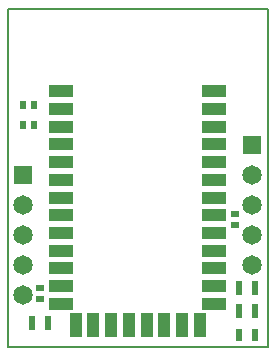
<source format=gts>
G04*
G04 #@! TF.GenerationSoftware,Altium Limited,Altium Designer,22.5.1 (42)*
G04*
G04 Layer_Color=16711833*
%FSLAX44Y44*%
%MOMM*%
G71*
G04*
G04 #@! TF.SameCoordinates,D327534F-E779-4237-818F-575770AB304D*
G04*
G04*
G04 #@! TF.FilePolarity,Negative*
G04*
G01*
G75*
%ADD10C,0.2000*%
%ADD13R,0.5500X1.2000*%
%ADD14R,2.0000X1.0000*%
%ADD15R,1.0000X2.0000*%
%ADD16R,0.5500X1.0000*%
%ADD17R,0.5000X0.6500*%
%ADD18R,0.6500X0.5000*%
%ADD19R,1.6500X1.6500*%
%ADD20C,1.6500*%
D10*
X-110000Y168250D02*
X110000D01*
Y-118000D02*
Y168250D01*
X-110000Y-118000D02*
X110000D01*
X-110000D02*
Y168250D01*
D13*
X-89500Y-97500D02*
D03*
X-75500D02*
D03*
X85500Y-67500D02*
D03*
X99500D02*
D03*
X85500Y-87500D02*
D03*
X99500D02*
D03*
D14*
X65000Y98750D02*
D03*
Y83750D02*
D03*
X-65000Y98750D02*
D03*
Y83750D02*
D03*
Y68750D02*
D03*
Y53750D02*
D03*
Y38750D02*
D03*
Y23750D02*
D03*
Y8750D02*
D03*
Y-6250D02*
D03*
Y-21250D02*
D03*
Y-36250D02*
D03*
Y-51250D02*
D03*
Y-66250D02*
D03*
Y-81250D02*
D03*
X65000D02*
D03*
Y-66250D02*
D03*
Y-51250D02*
D03*
Y-36250D02*
D03*
Y-21250D02*
D03*
Y-6250D02*
D03*
Y8750D02*
D03*
Y23750D02*
D03*
Y38750D02*
D03*
Y53750D02*
D03*
Y68750D02*
D03*
D15*
X-52500Y-98750D02*
D03*
X-37500D02*
D03*
X-22500D02*
D03*
X-7500D02*
D03*
X7500D02*
D03*
X22500D02*
D03*
X37500D02*
D03*
X52500D02*
D03*
D16*
X85500Y-107500D02*
D03*
X99500D02*
D03*
D17*
X-88000Y87500D02*
D03*
X-97000D02*
D03*
X-88000Y70000D02*
D03*
X-97000D02*
D03*
D18*
X82500Y-5500D02*
D03*
Y-14500D02*
D03*
X-82500Y-77000D02*
D03*
Y-68000D02*
D03*
D19*
X-97000Y28100D02*
D03*
X97000Y53500D02*
D03*
D20*
X-97000Y2700D02*
D03*
Y-22700D02*
D03*
Y-48100D02*
D03*
Y-73500D02*
D03*
X97000Y28100D02*
D03*
Y2700D02*
D03*
Y-22700D02*
D03*
Y-48100D02*
D03*
M02*

</source>
